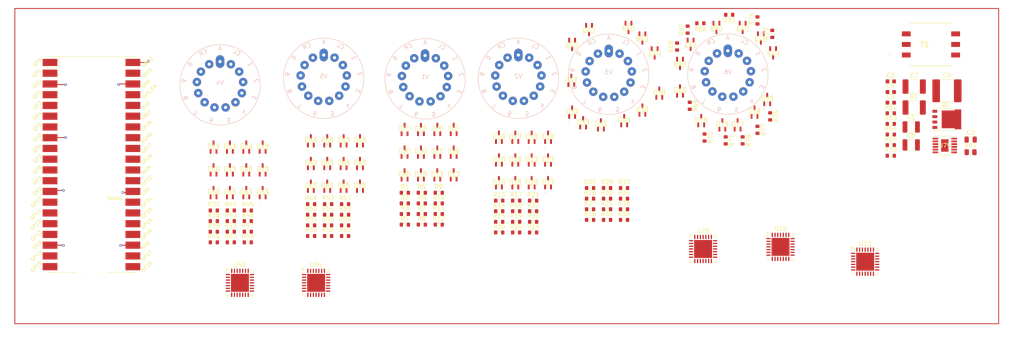
<source format=kicad_pcb>
(kicad_pcb (version 20240108) (generator "pcbnew") (generator_version "8.0")
  (layers (0 "F.Cu" signal) (1 "In1.Cu" power) (2 "In2.Cu" power) (3 "In3.Cu" power) (4 "In4.Cu" power) (31 "B.Cu" signal) (34 "B.Paste" user) (35 "F.Paste" user) (36 "B.SilkS" user "B.Silkscreen") (37 "F.SilkS" user "F.Silkscreen") (38 "B.Mask" user) (39 "F.Mask" user) (44 "Edge.Cuts" user))
  (net 0 "")
  (net 1 "+5V")
  (net 2 "GND")
  (net 3 "Net-(C3-Pad1)")
  (net 4 "Net-(U79-SS)")
  (net 5 "Net-(U79-INTVCC)")
  (net 6 "Net-(D1-A)")
  (net 7 "Net-(Q1-D)")
  (net 8 "Net-(Q1-S)")
  (net 9 "Net-(Q1-G)")
  (net 10 "Net-(U1-EMITTER)")
  (net 11 "Net-(U2-EMITTER)")
  (net 12 "Net-(U3-EMITTER)")
  (net 13 "Net-(U4-EMITTER)")
  (net 14 "Net-(U5-EMITTER)")
  (net 15 "Net-(U6-EMITTER)")
  (net 16 "Net-(U7-EMITTER)")
  (net 17 "Net-(U8-EMITTER)")
  (net 18 "Net-(U9-EMITTER)")
  (net 19 "Net-(U10-EMITTER)")
  (net 20 "Net-(U11-EMITTER)")
  (net 21 "Net-(U12-EMITTER)")
  (net 22 "Net-(U16-EMITTER)")
  (net 23 "Net-(U17-EMITTER)")
  (net 24 "Net-(U18-EMITTER)")
  (net 25 "Net-(U19-EMITTER)")
  (net 26 "Net-(U20-EMITTER)")
  (net 27 "Net-(U21-EMITTER)")
  (net 28 "Net-(U22-EMITTER)")
  (net 29 "Net-(U23-EMITTER)")
  (net 30 "Net-(U24-EMITTER)")
  (net 31 "Net-(U25-EMITTER)")
  (net 32 "Net-(U26-EMITTER)")
  (net 33 "Net-(U27-EMITTER)")
  (net 34 "Net-(U29-EMITTER)")
  (net 35 "Net-(U30-EMITTER)")
  (net 36 "Net-(U31-EMITTER)")
  (net 37 "Net-(U32-EMITTER)")
  (net 38 "Net-(U33-EMITTER)")
  (net 39 "Net-(U34-EMITTER)")
  (net 40 "Net-(U35-EMITTER)")
  (net 41 "Net-(U36-EMITTER)")
  (net 42 "Net-(U37-EMITTER)")
  (net 43 "Net-(U38-EMITTER)")
  (net 44 "Net-(U39-EMITTER)")
  (net 45 "Net-(U40-EMITTER)")
  (net 46 "Net-(U42-EMITTER)")
  (net 47 "Net-(U43-EMITTER)")
  (net 48 "Net-(U44-EMITTER)")
  (net 49 "Net-(U45-EMITTER)")
  (net 50 "Net-(U46-EMITTER)")
  (net 51 "Net-(U47-EMITTER)")
  (net 52 "Net-(U48-EMITTER)")
  (net 53 "Net-(U49-EMITTER)")
  (net 54 "Net-(U50-EMITTER)")
  (net 55 "Net-(U51-EMITTER)")
  (net 56 "Net-(U52-EMITTER)")
  (net 57 "Net-(U53-EMITTER)")
  (net 58 "Net-(U55-EMITTER)")
  (net 59 "Net-(U56-EMITTER)")
  (net 60 "Net-(U57-EMITTER)")
  (net 61 "Net-(U58-EMITTER)")
  (net 62 "Net-(U59-EMITTER)")
  (net 63 "Net-(U60-EMITTER)")
  (net 64 "Net-(U61-EMITTER)")
  (net 65 "Net-(U62-EMITTER)")
  (net 66 "Net-(U63-EMITTER)")
  (net 67 "Net-(U64-EMITTER)")
  (net 68 "Net-(U65-EMITTER)")
  (net 69 "Net-(U78-EMITTER)")
  (net 70 "Net-(U79-FBX)")
  (net 71 "Net-(U79-GATE)")
  (net 72 "Net-(U79-VC)")
  (net 73 "Net-(U66-EMITTER)")
  (net 74 "Net-(U67-EMITTER)")
  (net 75 "Net-(U68-EMITTER)")
  (net 76 "Net-(U69-EMITTER)")
  (net 77 "Net-(U70-EMITTER)")
  (net 78 "Net-(U71-EMITTER)")
  (net 79 "Net-(U79-RT)")
  (net 80 "Net-(U72-EMITTER)")
  (net 81 "Net-(U73-EMITTER)")
  (net 82 "Net-(U74-EMITTER)")
  (net 83 "Net-(U75-EMITTER)")
  (net 84 "Net-(U76-EMITTER)")
  (net 85 "Net-(U77-EMITTER)")
  (net 88 "/Nixie_Control/Nixie_Block2/Comma_R")
  (net 89 "Net-(U1-COLLECTOR)")
  (net 90 "Net-(U2-COLLECTOR)")
  (net 91 "/Nixie_Control/Nixie_Block2/Cath_0")
  (net 92 "Net-(U3-COLLECTOR)")
  (net 93 "/Nixie_Control/Nixie_Block2/Cath_9")
  (net 94 "Net-(U4-COLLECTOR)")
  (net 95 "/Nixie_Control/Nixie_Block2/Cath_8")
  (net 96 "Net-(U5-COLLECTOR)")
  (net 97 "/Nixie_Control/Nixie_Block2/Cath_7")
  (net 98 "Net-(U6-COLLECTOR)")
  (net 99 "/Nixie_Control/Nixie_Block2/Cath_6")
  (net 100 "/Nixie_Control/Nixie_Block2/Comma_L")
  (net 101 "Net-(U7-COLLECTOR)")
  (net 102 "/Nixie_Control/Nixie_Block2/Cath_1")
  (net 103 "Net-(U8-COLLECTOR)")
  (net 104 "Net-(U9-COLLECTOR)")
  (net 105 "/Nixie_Control/Nixie_Block2/Cath_2")
  (net 106 "/Nixie_Control/Nixie_Block2/Cath_3")
  (net 107 "Net-(U10-COLLECTOR)")
  (net 108 "Net-(U11-COLLECTOR)")
  (net 109 "/Nixie_Control/Nixie_Block2/Cath_4")
  (net 110 "/Nixie_Control/Nixie_Block2/Cath_5")
  (net 111 "Net-(U12-COLLECTOR)")
  (net 112 "/Nixie_Block1/Cath_1")
  (net 113 "/Nixie_Control/SCL")
  (net 114 "/Nixie_Block1/Cath_2")
  (net 115 "/Nixie_Control/Ext_Clk")
  (net 116 "/Nixie_Block1/Cath_0")
  (net 117 "/Nixie_Block1/Cath_3")
  (net 118 "/Nixie_Control/SDA")
  (net 141 "/Nixie_Boost/HV_EN")
  (net 148 "/Nixie_Block1/Cath_4")
  (net 149 "/Nixie_Block1/Cath_6")
  (net 150 "/Nixie_Control1/Nixie_Block2/Cath_2")
  (net 151 "/Nixie_Control1/Nixie_Block2/Comma_L")
  (net 152 "/Nixie_Control1/Nixie_Block2/Cath_0")
  (net 153 "/Nixie_Control1/Nixie_Block2/Cath_7")
  (net 154 "/Nixie_Block1/Cath_7")
  (net 155 "/Nixie_Control1/Nixie_Block2/Cath_3")
  (net 156 "/Nixie_Control1/Nixie_Block2/Comma_R")
  (net 157 "/Nixie_Control1/Nixie_Block2/Cath_5")
  (net 158 "/Nixie_Control1/Nixie_Block2/Cath_8")
  (net 159 "/Nixie_Control1/Nixie_Block2/Cath_4")
  (net 160 "/Nixie_Control1/Nixie_Block2/Cath_6")
  (net 161 "/Nixie_Block1/Cath_5")
  (net 162 "/Nixie_Control1/Nixie_Block2/Cath_9")
  (net 163 "/Nixie_Control1/Nixie_Block2/Cath_1")
  (net 164 "Net-(U16-COLLECTOR)")
  (net 165 "Net-(U17-COLLECTOR)")
  (net 166 "Net-(U18-COLLECTOR)")
  (net 167 "Net-(U19-COLLECTOR)")
  (net 168 "Net-(U20-COLLECTOR)")
  (net 169 "Net-(U21-COLLECTOR)")
  (net 170 "Net-(U22-COLLECTOR)")
  (net 171 "Net-(U23-COLLECTOR)")
  (net 172 "Net-(U24-COLLECTOR)")
  (net 173 "Net-(U25-COLLECTOR)")
  (net 174 "Net-(U26-COLLECTOR)")
  (net 175 "Net-(U27-COLLECTOR)")
  (net 176 "/Nixie_Control2/Nixie_Block2/Cath_1")
  (net 177 "/Nixie_Control2/Nixie_Block2/Cath_7")
  (net 178 "/Nixie_Control2/Nixie_Block2/Cath_3")
  (net 179 "/Nixie_Control2/Nixie_Block2/Comma_L")
  (net 180 "/Nixie_Control2/Nixie_Block2/Cath_5")
  (net 181 "/Nixie_Control2/Nixie_Block2/Cath_9")
  (net 182 "/Nixie_Block1/Cath_8")
  (net 183 "/Nixie_Control2/Nixie_Block2/Cath_4")
  (net 184 "/Nixie_Control2/Nixie_Block2/Cath_6")
  (net 185 "/Nixie_Control2/Nixie_Block2/Comma_R")
  (net 186 "/Nixie_Block1/Comma_R")
  (net 187 "/Nixie_Control2/Nixie_Block2/Cath_0")
  (net 188 "/Nixie_Block1/Comma_L")
  (net 189 "/Nixie_Control2/Nixie_Block2/Cath_8")
  (net 190 "/Nixie_Control2/Nixie_Block2/Cath_2")
  (net 191 "/Nixie_Block1/Cath_9")
  (net 192 "Net-(U29-COLLECTOR)")
  (net 193 "Net-(U30-COLLECTOR)")
  (net 194 "Net-(U31-COLLECTOR)")
  (net 195 "Net-(U32-COLLECTOR)")
  (net 196 "Net-(U33-COLLECTOR)")
  (net 197 "Net-(U34-COLLECTOR)")
  (net 198 "Net-(U35-COLLECTOR)")
  (net 199 "Net-(U36-COLLECTOR)")
  (net 200 "Net-(U37-COLLECTOR)")
  (net 201 "Net-(U38-COLLECTOR)")
  (net 202 "Net-(U39-COLLECTOR)")
  (net 203 "Net-(U40-COLLECTOR)")
  (net 204 "/Nixie_Control3/Nixie_Block2/Cath_3")
  (net 205 "/Nixie_Control3/Nixie_Block2/Comma_L")
  (net 206 "/Nixie_Control3/Nixie_Block2/Cath_5")
  (net 207 "/Nixie_Control3/Nixie_Block2/Cath_9")
  (net 208 "/Nixie_Control3/Nixie_Block2/Cath_8")
  (net 209 "/Nixie_Control3/Bypass_14")
  (net 210 "/Nixie_Control3/Bypass_13")
  (net 211 "/Nixie_Control3/Nixie_Block2/Cath_2")
  (net 212 "/Nixie_Control3/Nixie_Block2/Cath_7")
  (net 213 "/Nixie_Control3/Nixie_Block2/Cath_4")
  (net 214 "/Nixie_Control3/Nixie_Block2/Cath_0")
  (net 215 "/Nixie_Control3/Bypass_12")
  (net 216 "/Nixie_Control3/Bypass_15")
  (net 217 "/Nixie_Control3/Nixie_Block2/Comma_R")
  (net 218 "/Nixie_Control3/Nixie_Block2/Cath_6")
  (net 219 "/Nixie_Control3/Nixie_Block2/Cath_1")
  (net 220 "Net-(U42-COLLECTOR)")
  (net 221 "Net-(U43-COLLECTOR)")
  (net 222 "Net-(U44-COLLECTOR)")
  (net 223 "Net-(U45-COLLECTOR)")
  (net 224 "Net-(U46-COLLECTOR)")
  (net 225 "Net-(U47-COLLECTOR)")
  (net 226 "Net-(U48-COLLECTOR)")
  (net 227 "Net-(U49-COLLECTOR)")
  (net 228 "Net-(U50-COLLECTOR)")
  (net 229 "Net-(U51-COLLECTOR)")
  (net 230 "Net-(U52-COLLECTOR)")
  (net 231 "Net-(U53-COLLECTOR)")
  (net 232 "/Nixie_Control4/Bypass_14")
  (net 233 "/Nixie_Control4/Nixie_Block2/Cath_5")
  (net 234 "/Nixie_Control4/Nixie_Block2/Cath_6")
  (net 235 "/Nixie_Control4/Bypass_13")
  (net 236 "/Nixie_Control4/Nixie_Block2/Comma_L")
  (net 237 "/Nixie_Control4/Nixie_Block2/Cath_8")
  (net 238 "/Nixie_Control4/Nixie_Block2/Cath_2")
  (net 239 "/Nixie_Control4/Nixie_Block2/Cath_9")
  (net 240 "/Nixie_Control4/Nixie_Block2/Cath_7")
  (net 241 "/Nixie_Control4/Nixie_Block2/Cath_3")
  (net 242 "/Nixie_Control4/Nixie_Block2/Cath_0")
  (net 243 "/Nixie_Control4/Nixie_Block2/Comma_R")
  (net 244 "/Nixie_Control4/Nixie_Block2/Cath_4")
  (net 245 "/Nixie_Control4/Bypass_15")
  (net 246 "/Nixie_Control4/Nixie_Block2/Cath_1")
  (net 247 "/Nixie_Control4/Bypass_12")
  (net 248 "Net-(U55-COLLECTOR)")
  (net 249 "Net-(U56-COLLECTOR)")
  (net 250 "Net-(U57-COLLECTOR)")
  (net 251 "Net-(U58-COLLECTOR)")
  (net 252 "Net-(U59-COLLECTOR)")
  (net 253 "Net-(U60-COLLECTOR)")
  (net 254 "Net-(U61-COLLECTOR)")
  (net 255 "Net-(U62-COLLECTOR)")
  (net 256 "Net-(U63-COLLECTOR)")
  (net 257 "Net-(U64-COLLECTOR)")
  (net 258 "Net-(U65-COLLECTOR)")
  (net 259 "Net-(U66-COLLECTOR)")
  (net 260 "Net-(U67-COLLECTOR)")
  (net 261 "Net-(U68-COLLECTOR)")
  (net 262 "Net-(U69-COLLECTOR)")
  (net 263 "Net-(U70-COLLECTOR)")
  (net 264 "Net-(U71-COLLECTOR)")
  (net 265 "Net-(U72-COLLECTOR)")
  (net 266 "Net-(U73-COLLECTOR)")
  (net 267 "Net-(U74-COLLECTOR)")
  (net 268 "Net-(U75-COLLECTOR)")
  (net 269 "Net-(U76-COLLECTOR)")
  (net 270 "Net-(U77-COLLECTOR)")
  (net 271 "Net-(U78-COLLECTOR)")
  (net 272 "+170V")
  (footprint "Resistor_SMD:R_0603_1608Metric" (layer "F.Cu") (at 69.028 88.2345)
    (property "Reference" "R37")
    (property "Value" "7K87")
  )
  (footprint "Resistor_SMD:R_0603_1608Metric" (layer "F.Cu") (at 69.028 95.7645)
    (property "Reference" "R40")
    (property "Value" "1K")
  )
  (footprint "Resistor_SMD:R_0603_1608Metric" (layer "F.Cu") (at 157.947589 82.930327)
    (property "Reference" "R25")
    (property "Value" "7K87")
  )
  (footprint "Resistor_SMD:R_0603_1608Metric" (layer "F.Cu") (at 190 71.675 -90)
    (property "Reference" "R71")
    (property "Value" "1K")
  )
  (footprint "footprints:SOT-323-3_2P2X1P35_ONS" (layer "F.Cu") (at 72.8283 78.6406)
    (property "Reference" "U47")
    (property "Value" "MSD42WT1G")
  )
  (footprint "footprints:SOT-323-3_2P2X1P35_ONS" (layer "F.Cu") (at 153.6985 65.0094)
    (property "Reference" "U32")
    (property "Value" "MSD42WT1G")
  )
  (footprint "Capacitor_SMD:C_1812_4532Metric" (layer "F.Cu") (at 234.5308 63.9045)
    (property "Reference" "D1")
    (property "Value" "D")
  )
  (footprint "Resistor_SMD:R_0603_1608Metric" (layer "F.Cu") (at 92.028 91.7545)
    (property "Reference" "R51")
    (property "Value" "1K")
  )
  (footprint "footprints:SOT-323-3_2P2X1P35_ONS" (layer "F.Cu") (at 117.970889 74.459727)
    (property "Reference" "U6")
    (property "Value" "MSD42WT1G")
  )
  (footprint "Resistor_SMD:R_0603_1608Metric" (layer "F.Cu") (at 140.482089 88.413627)
    (property "Reference" "R18")
    (property "Value" "1K")
  )
  (footprint "footprints:SOT-323-3_2P2X1P35_ONS" (layer "F.Cu") (at 148.012789 76.309727)
    (property "Reference" "U23")
    (property "Value" "MSD42WT1G")
  )
  (footprint "Capacitor_SMD:C_1812_4532Metric" (layer "F.Cu") (at 234.5308 58.9545)
    (property "Reference" "C7")
    (property "Value" "100n")
  )
  (footprint "Resistor_SMD:R_0603_1608Metric" (layer "F.Cu") (at 165.967589 90.460327)
    (property "Reference" "R36")
    (property "Value" "1K")
  )
  (footprint "footprints:SOT-323-3_2P2X1P35_ONS" (layer "F.Cu") (at 179.1985 60.0094)
    (property "Reference" "U69")
    (property "Value" "MSD42WT1G")
  )
  (footprint "footprints:SOT-323-3_2P2X1P35_ONS" (layer "F.Cu") (at 140.272389 76.309727)
    (property "Reference" "U21")
    (property "Value" "MSD42WT1G")
  )
  (footprint "Resistor_SMD:R_0603_1608Metric" (layer "F.Cu") (at 136.472089 93.433627)
    (property "Reference" "R16")
    (property "Value" "1K")
  )
  (footprint "Resistor_SMD:R_0603_1608Metric" (layer "F.Cu") (at 161.957589 90.460327)
    (property "Reference" "R32")
    (property "Value" "1K")
  )
  (footprint "Resistor_SMD:R_0603_1608Metric" (layer "F.Cu") (at 77.048 95.7645)
    (property "Reference" "R48")
    (property "Value" "1K")
  )
  (footprint "footprints:SOT-323-3_2P2X1P35_ONS" (layer "F.Cu") (at 76.6985 78.6406)
    (property "Reference" "U48")
    (property "Value" "MSD42WT1G")
  )
  (footprint "footprints:SOT-323-3_2P2X1P35_ONS" (layer "F.Cu") (at 76.6985 73.2718)
    (property "Reference" "U44")
    (property "Value" "MSD42WT1G")
  )
  (footprint "footprints:SOT-323-3_2P2X1P35_ONS" (layer "F.Cu") (at 148.012789 81.678527)
    (property "Reference" "U27")
    (property "Value" "MSD42WT1G")
  )
  (footprint "footprints:SOT-323-3_2P2X1P35_ONS" (layer "F.Cu") (at 157.6985 45.4906 180)
    (property "Reference" "U29")
    (property "Value" "MSD42WT1G")
  )
  (footprint "Resistor_SMD:R_0603_1608Metric" (layer "F.Cu") (at 157.947589 85.440327)
    (property "Reference" "R26")
    (property "Value" "1K")
  )
  (footprint "Resistor_SMD:R_0603_1608Metric" (layer "F.Cu") (at 181.5 63.5 -90)
    (property "Reference" "R69")
    (property "Value" "1K")
  )
  (footprint "Resistor_SMD:R_0603_1608Metric" (layer "F.Cu") (at 136.472089 88.413627)
    (property "Reference" "R14")
    (property "Value" "1K")
  )
  (footprint "Resistor_SMD:R_0603_1608Metric" (layer "F.Cu") (at 73.038 95.7645)
    (property "Reference" "R44")
    (property "Value" "1K")
  )
  (footprint "Resistor_SMD:R_0603_1608Metric" (layer "F.Cu") (at 92.028 89.2445)
    (property "Reference" "R50")
    (property "Value" "1K")
  )
  (footprint "Capacitor_SMD:C_1210_3225Metric" (layer "F.Cu") (at 233.8308 68.5045)
    (property "Reference" "C1")
    (property "Value" "10u")
  )
  (footprint "Resistor_SMD:R_0603_1608Metric" (layer "F.Cu") (at 69.028 93.2545)
    (property "Reference" "R39")
    (property "Value" "1K")
  )
  (footprint "Resistor_SMD:R_0603_1608Metric" (layer "F.Cu") (at 73.038 93.2545)
    (property "Reference" "R43")
    (property "Value" "7K87")
  )
  (footprint "footprints:SOT-323-3_2P2X1P35_ONS" (layer "F.Cu") (at 121.841089 69.090927)
    (property "Reference" "U3")
    (property "Value" "MSD42WT1G")
  )
  (footprint "footprints:SOT-323-3_2P2X1P35_ONS" (layer "F.Cu") (at 144.142589 81.678527)
    (property "Reference" "U26")
    (property "Value" "MSD42WT1G")
  )
  (footprint "footprints:SOT-323-3_2P2X1P35_ONS" (layer "F.Cu") (at 117.970889 79.828527)
    (property "Reference" "U10")
    (property "Value" "MSD42WT1G")
  )
  (footprint "footprints:SOT-323-3_2P2X1P35_ONS" (layer "F.Cu") (at 148.012789 70.940927)
    (property "Reference" "U19")
    (property "Value" "MSD42WT1G")
  )
  (footprint "Resistor_SMD:R_0603_1608Metric" (layer "F.Cu") (at 157.947589 90.460327)
    (property "Reference" "R28")
    (property "Value" "1K")
  )
  (footprint "footprints:SOT-323-3_2P2X1P35_ONS" (layer "F.Cu") (at 170.3015 47.4906 180)
    (property "Reference" "U36")
    (property "Value" "MSD42WT1G")
  )
  (footprint "Resistor_SMD:R_0603_1608Metric" (layer "F.Cu") (at 201 46.5 90)
    (property "Reference" "R75")
    (property "Value" "1K")
  )
  (footprint "footprints:SOT-323-3_2P2X1P35_ONS" (layer "F.Cu") (at 91.9581 71.7718)
    (property "Reference" "U55")
    (property "Value" "MSD42WT1G")
  )
  (footprint "Resistor_SMD:R_0603_1608Metric" (layer "F.Cu") (at 77.048 93.2545)
    (property "Reference" "R47")
    (property "Value" "1K")
  )
  (footprint "footprints:SOT-323-3_2P2X1P35_ONS" (layer "F.Cu") (at 125.711289 74.459727)
    (property "Reference" "U8")
    (property "Value" "MSD42WT1G")
  )
  (footprint "footprints:SOT-323-3_2P2X1P35_ONS" (layer "F.Cu") (at 121.841089 74.459727)
    (property "Reference" "U7")
    (property "Value" "MSD42WT1G")
  )
  (footprint "Resistor_SMD:R_0603_1608Metric" (layer "F.Cu") (at 229.0008 75.3045)
    (property "Reference" "R72")
    (property "Value" "86K6")
  )
  (footprint "Resistor_SMD:R_0603_1608Metric" (layer "F.Cu") (at 114.170589 86.563627)
    (property "Reference" "R2")
    (property "Value" "1K")
  )
  (footprint "Resistor_SMD:R_0603_1608Metric" (layer "F.Cu") (at 92.028 86.7345)
    (property "Reference" "R49")
    (property "Value" "7K87")
  )
  (footprint "footprints:SOT-323-3_2P2X1P35_ONS" (layer "F.Cu") (at 99.6985 71.7718)
    (property "Reference" "U57")
    (property "Value" "MSD42WT1G")
  )
  (footprint "Package_DFN_QFN:QFN-28-1EP_6x6mm_P0.65mm_EP4.25x4.25mm" (layer "F.Cu") (at 202.95 96.8375)
    (property "Reference" "U15")
    (property "Value" "PCA9685BS")
  )
  (footprint "footprints:SOT-323-3_2P2X1P35_ONS" (layer "F.Cu") (at 136.402189 76.309727)
    (property "Reference" "U20")
    (property "Value" "MSD42WT1G")
  )
  (footprint "footprints:SOT-323-3_2P2X1P35_ONS" (layer "F.Cu") (at 166 67)
    (property "Reference" "U40")
    (property "Value" "MSD42WT1G")
  )
  (footprint "footprints:SOT-323-3_2P2X1P35_ONS" (layer "F.Cu") (at 179.1985 53.4906 180)
    (property "Reference" "U68")
    (property "Value" "MSD42WT1G")
  )
  (footprint "footprints:SOT-323-3_2P2X1P35_ONS" (layer "F.Cu") (at 181.6985 48.9906 180)
    (property "Reference" "U67")
    (property "Value" "MSD42WT1G")
  )
  (footprint "Resistor_SMD:R_0603_1608Metric" (layer "F.Cu") (at 118.180589 86.563627)
    (property "Reference" "R6")
    (property "Value" "1K")
  )
  (footprint "Resistor_SMD:R_0603_1608Metric" (layer "F.Cu") (at 184 44 180)
    (property "Reference" "R66")
    (property "Value" "7K87")
  )
  (footprint "footprints:SOT-323-3_2P2X1P35_ONS" (layer "F.Cu") (at 153.6985 48.9906 180)
    (property "Reference" "U30")
    (property "Value" "MSD42WT1G")
  )
  (footprint "footprints:SOT-323-3_2P2X1P35_ONS" (layer "F.Cu") (at 144.142589 76.309727)
    (property "Reference" "U22")
    (property "Value" "MSD42WT1G")
  )
  (footprint "Resistor_SMD:R_0603_1608Metric" (layer "F.Cu") (at 96.038 86.7345)
    (property "Reference" "R53")
    (property "Value" "1K")
  )
  (footprint "footprints:SOT-323-3_2P2X1P35_ONS" (layer "F.Cu") (at 99.6985 82.5094)
    (property "Reference" "U65")
    (property "Value" "MSD42WT1G")
  )
  (footprint "Resistor_SMD:R_0603_1608Metric" (layer "F.Cu") (at 165.967589 82.930327)
    (property "Reference" "R33")
    (property "Value" "1K")
  )
  (footprint "Resistor_SMD:R_0603_1608Metric" (layer "F.Cu") (at 96.038 94.2645)
    (property "Reference" "R56")
    (property "Value" "1K")
  )
  (footprint "footprints:SOT-323-3_2P2X1P35_ONS" (layer "F.Cu") (at 103.5687 77.1406)
    (property "Reference" "U62")
    (property "Value" "MSD42WT1G")
  )
  (footprint "footprints:SOT-323-3_2P2X1P35_ONS" (layer "F.Cu") (at 173.1985 50.9906 180)
    (property "Reference" "U37")
    (property "Value" "MSD42WT1G")
  )
  (footprint "Capacitor_SMD:C_0603_1608Metric" (layer "F.Cu") (at 229.0008 57.7345)
    (property "Reference" "C3")
    (property "Value" "560p")
  )
  (footprint "footprints:SOT-323-3_2P2X1P35_ONS" (layer "F.Cu") (at 103.5687 82.5094)
    (property "Reference" "U78")
    (property "Value" "MSD42WT1G")
  )
  (footprint "Resistor_SMD:R_0603_1608Metric" (layer "F.Cu") (at 100.048 86.7345)
    (property "Reference" "R57")
    (property "Value" "1K")
  )
  (footprint "footprints:SOT-323-3_2P2X1P35_ONS" (layer "F.Cu") (at 170.3015 64.5094)
    (property "Reference" "U39")
    (property "Value" "MSD42WT1G")
  )
  (footprint "footprints:SOT-323-3_2P2X1P35_ONS" (layer "F.Cu") (at 117.970889 69.090927)
    (property "Reference" "U2")
    (property "Value" "MSD42WT1G")
  )
  (footprint "footprints:SOT-323-3_2P2X1P35_ONS" (layer "F.Cu") (at 72.8283 84.0094)
    (property "Reference" "U51")
    (property "Value" "MSD42WT1G")
  )
  (footprint "footprints:SOT-323-3_2P2X1P35_ONS" (layer "F.Cu") (at 140.272389 81.678527)
    (property "Reference" "U25")
    (property "Value" "MSD42WT1G")
  )
  (footprint "Resistor_SMD:R_0603_1608Metric" (layer "F.Cu") (at 136.472089 85.903627)
    (property "Reference" "R13")
    (property "Value" "7K87")
  )
  (footprint "footprints:SOT-323-3_2P2X1P35_ONS" (layer "F.Cu") (at 144.142589 70.940927)
    (property "Reference" "U18")
    (property "Value" "MSD42WT1G")
  )
  (footprint "footprints:SOT-323-3_2P2X1P35_ONS" (layer "F.Cu") (at 80.5687 73.2718)
    (property "Reference" "U45")
    (property "Value" "MSD42WT1G")
  )
  (footprint "footprints:SOT-323-3_2P2X1P35_ONS" (layer "F.Cu") (at 68.9581 78.6406)
    (property "Reference" "U46")
    (property "Value" "MSD42WT1G")
  )
  (footprint "Resistor_SMD:R_0603_1608Metric" (layer "F.Cu") (at 144.492089 88.413627)
    (property "Reference" "R22")
    (property "Value" "1K")
  )
  (footprint "footprints:SOT-323-3_2P2X1P35_ONS" (layer "F.Cu") (at 114.100689 74.459727)
    (property "Reference" "U5")
    (property "Value" "MSD42WT1G")
  )
  (footprint "footprints:SOT-323-3_2P2X1P35_ONS" (layer "F.Cu") (at 95.8283 77.1406)
    (property "Reference" "U60")
    (property "Value" "MSD42WT1G")
  )
  (footprint "Package_TO_SOT_SMD:LFPAK56" (layer "F.Cu") (at 242.2508 66.7045)
    (property "Reference" "Q1")
    (property "Value" "Q_NMOS_GDS")
  )
  (footprint "Resistor_SMD:R_0603_1608Metric" (layer "F.Cu") (at 144.492089 90.923627)
    (property "Reference" "R23")
    (property "Value" "1K")
  )
  (footprint "footprints:SOT-323-3_2P2X1P35_ONS" (layer "F.Cu") (at 187.8015 44.9906 180)
    (property "Reference" "U66")
    (property "Value" "MSD42WT1G")
  )
  (footprint "footprints:SOT-323-3_2P2X1P35_ONS" (layer "F.Cu") (at 68.9581 84.0094)
    (property "Reference" "U50")
    (property "Value" "MSD42WT1G")
  )
  (footprint "Resistor_SMD:R_0603_1608Metric" (layer "F.Cu") (at 197.5 43.325 90)
    (property "Reference" "R74")
    (property "Value" "1K")
  )
  (footprint "footprints:SOT-323-3_2P2X1P35_ONS" (layer "F.Cu") (at 153.5 57.5)
    (property "Reference" "U31")
    (property "Value" "MSD42WT1G")
  )
  (footprint "Capacitor_SMD:C_0805_2012Metric" (layer "F.Cu") (at 247.8808 71.4845)
    (property "Reference" "C2")
    (property "Value" "100n")
  )
  (footprint "Resistor_SMD:R_0603_1608Metric" (layer "F.Cu") (at 96.038 89.2445)
    (property "Reference" "R54")
    (property "Value" "1K")
  )
  (footprint "footprints:SOT-323-3_2P2X1P35_ONS" (layer "F.Cu") (at 91.9581 77.1406)
    (property "Reference" "U59")
    (property "Value" "MSD42WT1G")
  )
  (footprint "Resistor_SMD:R_0603_1608Metric" (layer "F.Cu") (at 144.492089 85.903627)
    (property "Reference" "R21")
    (property "Value" "1K")
  )
  (footprint "Resistor_SMD:R_0603_1608Metric" (layer "F.Cu") (at 190.825 42 180)
    (property "Reference" "R73")
    (property "Value" "7K87")
  )
  (footprint "Resistor_SMD:R_0603_1608Metric" (layer "F.Cu") (at 229.0008 67.7745)
    (property "Reference" "R63")
    (property "Value" "13K")
  )
  (footprint "footprints:SOT-323-3_2P2X1P35_ONS" (layer "F.Cu") (at 189.1985 68.0094)
    (property "Reference" "U71")
    (property "Value" "MSD42WT1G")
  )
  (footprint "Resistor_SMD:R_0603_1608Metric" (layer "F.Cu") (at 118.180589 91.583627)
    (property "Reference" "R8")
    (property "Value" "1K")
  )
  (footprint "footprints:SOT-323-3_2P2X1P35_ONS" (layer "F.Cu") (at 140.272389 70.940927)
    (property "Reference" "U17")
    (property "Value" "MSD42WT1G")
  )
  (footprint "Capacitor_SMD:C_0603_1608Metric" (layer "F.Cu") (at 229.0008 60.2445)
    (property "Reference" "C4")
    (property "Value" "150n")
  )
  (footprint "footprints:SOT-323-3_2P2X1P35_ONS" (layer "F.Cu") (at 103.5687 71.7718)
    (property "Reference" "U58")
    (property "Value" "MSD42WT1G")
  )
  (footprint "footprints:SOT-323-3_2P2X1P35_ONS" (layer "F.Cu") (at 125.711289 69.090927)
    (property "Reference" "U4")
    (property "Value" "MSD42WT1G")
  )
  (footprint "footprints:SOT-323-3_2P2X1P35_ONS" (layer "F.Cu") (at 196.8015 65.0094)
    (property "Reference" "U76")
    (property "Value" "MSD42WT1G")
  )
  (footprint "Capacitor_SMD:C_2220_5750Metric" (layer "F.Cu") (at 242.2808 59.9545)
    (property "Reference" "C6")
    (property "Value" "2u2")
  )
  (footprint "Resistor_SMD:R_0603_1608Metric" (layer "F.Cu") (at 100.048 89.2445)
    (property "Reference" "R58")
    (property "Value" "1K")
  )
  (footprint "Resistor_SMD:R_0603_1608Metric" (layer "F.Cu") (at 92.028 94.2645)
    (property "Reference" "R52")
    (property "Value" "1K")
  )
  (footprint "Resistor_SMD:R_0603_1608Metric" (layer "F.Cu") (at 122.190589 84.053627)
    (property "Reference" "R9")
    (property "Value" "1K")
  )
  (footprint "Resistor_SMD:R_0603_1608Metric" (layer "F.Cu") (at 229.0008 65.2645)
    (property "Reference" "R62")
    (property "Value" "1M6")
  )
  (footprint "Capacitor_SMD:C_1210_3225Metric" (layer "F.Cu") (at 233.8308 72.7545)
    (property "Reference" "C8")
    (property "Value" "10u")
  )
  (footprint "Resistor_SMD:R_0603_1608Metric" (layer "F.Cu") (at 157.947589 87.950327)
    (property "Reference" "R27")
    (property "Value" "1K")
  )
  (footprint "footprints:SOT-323-3_2P2X1P35_ONS" (layer "F.Cu") (at 174.3015 60.5094)
    (property "Reference" "U38")
    (property "Value" "MSD42WT1G")
  )
  (footprint "Resistor_SMD:R_0603_1608Metric" (layer "F.Cu") (at 229.0008 70.2845)
    (property "Reference" "R64")
    (property "Value" "20R")
  )
  (footprint "footprints:SOT-323-3_2P2X1P35_ONS" (layer "F.Cu") (at 184.1985 67.0094)
    (property "Reference" "U70")
    (property "Value" "MSD42WT1G")
  )
  (footprint "Resistor_SMD:R_0603_1608Metric" (layer "F.Cu") (at 197.5 69.175 -90)
    (property "Reference" "R77")
    (property "Value" "1K")
  )
  (footprint "footprints:SOT-323-3_2P2X1P35_ONS" (layer "F.Cu") (at 95.8283 71.7718)
    (property "Reference" "U56")
    (property "Value" "MSD42WT1G")
  )
  (footprint "Resistor_SMD:R_0603_1608Metric" (layer "F.Cu") (at 77.048 90.7445)
    (property "Reference" "R46")
    (property "Value" "1K")
  )
  (footprint "Package_DFN_QFN:QFN-28-1EP_6x6mm_P0.65mm_EP4.25x4.25mm" (layer "F.Cu") (at 184.65 97.3375)
    (property "Reference" "U28")
    (property "Value" "PCA9685BS")
  )
  (footprint "Resistor_SMD:R_0603_1608Metric" (layer "F.Cu") (at 185 71 -90)
    (property "Reference" "R70")
    (property "Value" "1K")
  )
  (footprint "Resistor_SMD:R_0603_1608Metric" (layer "F.Cu") (at 118.180589 84.053627)
    (property "Reference" "R5")
    (property "Value" "1K")
  )
  (footprint "footprints:SOT-323-3_2P2X1P35_ONS" (layer "F.Cu") (at 198.3015 47.4906 180)
    (property "Reference" "U73")
    (property "Value" "MSD42WT1G")
  )
  (footprint "footprints:SOT-323-3_2P2X1P35_ONS" (layer "F.Cu") (at 76.6985 84.0094)
    (property "Reference" "U52")
    (property "Value" "MSD42WT1G")
  )
  (footprint "footprints:SOT-323-3_2P2X1P35_ONS" (layer "F.Cu") (at 167.015089 44.9906 180)
    (property "Reference" "U35")
    (property "Value" "MSD42WT1G")
  )
  (footprint "Resistor_SMD:R_0603_1608Metric" (layer "F.Cu") (at 100.048 91.7545)
    (property "Reference" "R59")
    (property "Value" "1K")
  )
  (footprint "750312367:750312367" (layer "F.Cu") (at 238.5 49)
    (property "Reference" "T1")
    (property "Value" "750312367" (hide yes))
  )
  (footprint "Resistor_SMD:R_0603_1608Metric" (layer "F.Cu") (at 161.957589 82.930327)
    (property "Reference" "R29")
    (property "Value" "1K")
  )
  (footprint "Resistor_SMD:R_0603_1608Metric" (layer "F.Cu") (at 73.038 90.7445)
    (property "Reference" "R42")
    (property "Value" "1K")
  )
  (footprint "Resistor_SMD:R_0603_1608Metric" (layer "F.Cu") (at 122.190589 86.563627)
    (property "Reference" "R10")
    (property "Value" "1K")
  )
  (footprint "RPi_Pico:RPi_PicoW_SMD" (layer "F.Cu") (at 40.11 77.39)
    (property "Reference" "U14" (hide yes))
    (property "Value" "PicoW" (hide yes))
  )
  (footprint "Resistor_SMD:R_0603_1608Metric" (layer "F.Cu") (at 136.472089 90.923627)
    (property "Reference" "R15")
    (property "Value" "1K")
  )
  (footprint "Resistor_SMD:R_0603_1608Metric" (layer "F.Cu") (at 140.482089 85.903627)
    (property "Reference" "R17")
    (property "Value" "1K")
  )
  (footprint "Resistor_SMD:R_0603_1608Metric" (layer "F.Cu") (at 69.028 90.7445)
    (property "Reference" "R38")
    (property "Value" "1K")
  )
  (footprint "footprints:SOT-323-3_2P2X1P35_ONS" (layer "F.Cu") (at 114.100689 79.828527)
    (property "Reference" "U9")
    (property "Value" "MSD42WT1G")
  )
  (footprint "Capacitor_SMD:C_0603_1608Metric" (layer "F.Cu") (at 229.0008 62.7545)
    (property "Reference" "C5")
    (property "Value" "4u7")
  )
  (footprint "Resistor_SMD:R_0603_1608Metric" (layer "F.Cu") (at 114.170589 84.053627)
    (property "Reference" "R1")
    (property "Value" "7K87")
  )
  (footprint "Resistor_SMD:R_0603_1608Metric" (layer "F.Cu") (at 73.038 88.2345)
    (property "Reference" "R41")
    (property "Value" "1K")
  )
  (footprint "Resistor_SMD:R_0603_1608Metric" (layer "F.Cu") (at 194 71.675 -90)
    (property "Reference" "R78")
    (property "Value" "1K")
  )
  (footprint "Resistor_SMD:R_0603_1608Metric" (layer "F.Cu") (at 114.170589 89.073627)
    (property "Reference" "R3")
    (property "Value" "1K")
  )
  (footprint "Resistor_SMD:R_0603_1608Metric" (layer "F.Cu") (at 140.482089 93.433627)
    (property "Reference" "R20")
    (property "Value" "1K")
  )
  (footprint "Resistor_SMD:R_0603_1608Metric" (layer "F.Cu") (at 181 45.5 90)
    (property "Reference" "R67")
    (property "Value" "1K")
  )
  (footprint "Resistor_SMD:R_0603_1608Metric" (layer "F.Cu") (at 161.957589 87.950327)
    (property "Reference" "R31")
    (property "Value" "7K87")
  )
  (footprint "Resistor_SMD:R_0603_1608Metric" (layer "F.Cu") (at 77.048 88.2345)
    (property "Reference" "R45")
    (property "Value" "1K")
  )
  (footprint "footprints:SOT-323-3_2P2X1P35_ONS" (layer "F.Cu") (at 160.5 68)
    (property "Reference" "U34")
    (property "Value" "MSD42WT1G")
  )
  (footprint "footprints:SOT-323-3_2P2X1P35_ONS" (layer "F.Cu") (at 114.100689 69.090927)
    (property "Reference" "U1")
    (property "Value" "MSD42WT1G")
  )
  (footprint "footprints:SOT-323-3_2P2X1P35_ONS" (layer "F.Cu") (at 91.9581 82.5094)
    (property "Reference" "U63")
    (property "Value" "MSD42WT1G")
  )
  (footprint "footprints:SOT-323-3_2P2X1P35_ONS" (layer "F.Cu") (at 194 45 180)
    (property "Reference" "U72")
    (property "Value" "MSD42WT1G")
  )
  (footprint "footprints:SOT-323-3_2P2X1P35_ONS" (layer "F.Cu") (at 80.5687 84.0094)
    (property "Reference" "U53")
    (property "Value" "MSD42WT1G")
  )
  (footprint "Package_DFN_QFN:QFN-28-1EP_6x6mm_P0.65mm_EP4.25x4.25mm" (layer "F.Cu") (at 93.2 105.3375)
    (property "Reference" "U54")
    (property "Value" "PCA9685BS")
  )
  (footprint "Resistor_SMD:R_0603_1608Metric" (layer "F.Cu") (at 122.190589 91.583627)
    (property "Reference" "R12")
    (property "Value" "1K")
  )
  (footprint "footprints:SOT-323-3_2P2X1P35_ONS" (layer "F.Cu") (at 156.3015 67.5094)
    (property "Reference" "U33")
    (property "Value" "MSD42WT1G")
  )
  (footprint "Resistor_SMD:R_0603_1608Metric" (layer "F.Cu") (at 122.190589 89.073627)
    (property "Reference" "R11")
    (property "Value" "1K")
  )
  (footprint "Package_DFN_QFN:QFN-28-1EP_6x6mm_P0.65mm_EP4.25x4.25mm" (layer "F.Cu") (at 222.95 100.3375)
    (property "Reference" "U13")
    (property "Value" "PCA9685BS")
  )
  (footprint "Resistor_SMD:R_0603_1608Metric" (layer "F.Cu") (at 165.967589 87.950327)
    (property "Reference" "R35")
    (property "Value" "1K")
  )
  (footprint "footprints:SOT-323-3_2P2X1P35_ONS" (layer "F.Cu") (at 99.6985 77.1406)
    (property "Reference" "U61")
    (property "Value" "MSD42WT1G")
  )
  (footprint "Resistor_SMD:R_0805_2012Metric" (layer "F.Cu") (at 247.8608 74.4645)
    (property "Reference" "R61")
    (property "Value" "10m")
  )
  (footprint "footprints:SOT-323-3_2P2X1P35_ONS" (layer "F.Cu") (at 192.8015 68.0094)
    (property "Reference" "U77")
    (property "Value" "MSD42WT1G")
  )
  (footprint "footprints:SOT-323-3_2P2X1P35_ONS" (layer "F.Cu") (at 201.1985 50.9906 180)
    (property "Reference" "U74")
    (property "Value" "MSD42WT1G")
  )
  (footprint "Resistor_SMD:R_0603_1608Metric" (layer "F.Cu") (at 229.0008 72.7945)
    (property "Reference" "R65")
    (property "Value" "300K")
  )
  (footprint "footprints:SOT-323-3_2P2X1P35_ONS" (layer "F.Cu") (at 136.402189 81.678527)
    (property "Reference" "U24")
    (property "Value" "MSD42WT1G")
  )
  (footprint "LT3759EMSE:MSOP-12_MSE_LIT" (layer "F.Cu") (at 241.7689 72.8798)
    (property "Reference" "U79")
    (property "Value" "LT3759EMSE-TRPBF")
  )
  (footprint "Resistor_SMD:R_0603_1608Metric" (layer "F.Cu") (at 161.957589 85.440327)
    (property "Reference" "R30")
    (property "Value" "1K")
  )
  (footprint "footprints:SOT-323-3_2P2X1P35_ONS" (layer "F.Cu") (at 95.8283 82.5094)
    (property "Reference" "U64")
    (property "Value" "MSD42WT1G")
  )
  (footprint "footprints:SOT-323-3_2P2X1P35_ONS" (layer "F.Cu") (at 72.8283 73.2718)
    (property "Reference" "U43")
    (property "Value" "MSD42WT1G")
  )
  (footprint "footprints:SOT-323-3_2P2X1P35_ONS" (layer "F.Cu") (at 199.8015 62.0094)
    (property "Reference" "U75")
    (property "Value" "MSD42WT1G")
  )
  (footprint "Resistor_SMD:R_0603_1608Metric" (layer "F.Cu") (at 118.180589 89.073627)
    (property "Reference" "R7")
    (property "Value" "7K87")
  )
  (footprint "Resistor_SMD:R_0603_1608Metric" (layer "F.Cu") (at 200.5 66 -90)
    (property "Reference" "R76")
    (property "Value" "1K")
  )
  (footprint "Resistor_SMD:R_0603_1608Metric" (layer "F.Cu") (at 100.048 94.2645)
    (property "Reference" "R60")
    (property "Value" "1K")
  )
  (footprint "footprints:SOT-323-3_2P2X1P35_ONS" (layer "F.Cu") (at 121.841089 79.828527)
    (property "Reference" "U11")
    (property "Value" "MSD42WT1G")
  )
  (footprint "footprints:SOT-323-3_2P2X1P35_ONS" (layer "F.Cu") (at 68.9581 73.2718)
    (property "Reference" "U42")
    (property "Value" "MSD42WT1G")
  )
  (footprint "Resistor_SMD:R_0603_1608Metric" (layer "F.Cu") (at 96.038 91.7545)
    (property "Reference" "R55")
    (property "Value" "7K87")
  )
  (footprint "footprints:SOT-323-3_2P2X1P35_ONS" (layer "F.Cu") (at 136.402189 70.940927)
    (property "Reference" "U16")
    (property "Value" "MSD42WT1G")
  )
  (footprint "Resistor_SMD:R_0603_1608Metric" (layer "F.Cu") (at 165.967589 85.440327)
    (property "Reference" "R34")
    (property "Value" "1K")
  )
  (footprint "footprints:SOT-323-3_2P2X1P35_ONS" (layer "F.Cu") (at 125.711289 79.828527)
    (property "Reference" "U12")
    (property "Value" "MSD42WT1G")
  )
  (footprint "footprints:SOT-323-3_2P2X1P35_ONS" (layer "F.Cu") (at 80.5687 78.6406)
    (property "Reference" "U49")
    (property "Value" "MSD42WT1G")
  )
  (footprint "Resistor_SMD:R_0603_1608Metric" (layer "F.Cu") (at 114.170589 91.583627)
    (property "Reference" "R4")
    (property "Value" "1K")
  )
  (footprint "Resistor_SMD:R_0603_1608Metric" (layer "F.Cu") (at 140.482089 90.923627)
    (property "Reference" "R19")
    (property "Value" "7K87")
  )
  (footprint "Package_DFN_QFN:QFN-28-1EP_6x6mm_P0.65mm_EP4.25x4.25mm" (layer "F.Cu") (at 75.2 105.3375)
    (property "Reference" "U41")
    (property "Value" "PCA9685BS")
  )
  (footprint "Resistor_SMD:R_0603_1608Metric" (layer "F.Cu") (at 144.492089 93.433627)
    (property "Reference" "R24")
    (property "Value" "1K")
  )
  (footprint "Resistor_SMD:R_0603_1608Metric" (layer "F.Cu") (at 178.5 49.5 90)
    (property "Reference" "R68")
    (property "Value" "1K")
  )
  (footprint "Nixie_Stuff:IN14" (layer "B.Cu") (at 70.5 58.549673 180)
    (property "Reference" "V4")
    (property "Value" "IN14")
  )
  (footprint "Nixie_Stuff:IN14" (layer "B.Cu") (at 162.357411 56.049673 180)
    (property "Reference" "V3")
    (property "Value" "IN14")
  )
  (footprint "Nixie_Stuff:IN14" (layer "B.Cu") (at 95 57 180)
    (property "Reference" "V5")
    (property "Value" "IN14")
  )
  (footprint "Nixie_Stuff:IN14" (layer "B.Cu") (at 190.5 56 180)
    (property "Reference" "V6")
    (property "Value" "IN14")
  )
  (footprint "Nixie_Stuff:IN14" (layer "B.Cu") (at 118.944023 57.129992 180)
    (property "Reference" "V1")
    (property "Value" "IN14")
  )
  (footprint "Nixie_Stuff:IN14" (layer "B.Cu") (at 141 57 180)
    (property "Reference" "V2")
    (property "Value" "IN14")
  )
  (gr_rect (start 22 40.5) (end 254.5 115) (stroke (width 0.2)) (fill none) (layer "F.Cu"))
  (segment (start 49 53.26) (end 53.24 53.26) (width 0.2) (layer "F.Cu") (net 1))
  (segment (start 53.24 53.26) (end 53.5 53) (width 0.2) (layer "F.Cu") (net 1))
  (via (at 53.5 53) (size 0.6) (drill 0.3) (layers "F.Cu" "B.Cu") (net 1))
  (segment (start 31.22 96.44) (end 33.44 96.44) (width 0.2) (layer "F.Cu") (net 2))
  (segment (start 47.06 96.44) (end 49 96.44) (width 0.2) (layer "F.Cu") (net 2))
  (segment (start 47 96.5) (end 47.06 96.44) (width 0.2) (layer "F.Cu") (net 2))
  (segment (start 31.38 58.5) (end 34 58.5) (width 0.2) (layer "F.Cu") (net 2))
  (segment (start 31.46 83.5) (end 31.22 83.74) (width 0.2) (layer "F.Cu") (net 2))
  (segment (start 33.5 83.5) (end 31.46 83.5) (width 0.2) (layer "F.Cu") (net 2))
  (segment (start 31.22 58.34) (end 31.38 58.5) (width 0.2) (layer "F.Cu") (net 2))
  (segment (start 34 71) (end 31.26 71) (width 0.2) (layer "F.Cu") (net 2))
  (segment (start 48.74 84) (end 49 83.74) (width 0.2) (layer "F.Cu") (net 2))
  (segment (start 31.26 71) (end 31.22 71.04) (width 0.2) (layer "F.Cu") (net 2))
  (segment (start 33.44 96.44) (end 33.5 96.5) (width 0.2) (layer "F.Cu") (net 2))
  (segment (start 47.5 84) (end 48.74 84) (width 0.2) (layer "F.Cu") (net 2))
  (segment (start 49 58.34) (end 46.66 58.34) (width 0.2) (layer "F.Cu") (net 2))
  (segment (start 29.66 71.04) (end 31.22 71.04) (width 0.2) (layer "F.Cu") (net 2))
  (segment (start 46.66 58.34) (end 46.5 58.5) (width 0.2) (layer "F.Cu") (net 2))
  (via (at 33.5 96.5) (size 0.6) (drill 0.3) (layers "F.Cu" "B.Cu") (net 2))
  (via (at 46.5 58.5) (size 0.6) (drill 0.3) (layers "F.Cu" "B.Cu") (net 2))
  (via (at 33.5 83.5) (size 0.6) (drill 0.3) (layers "F.Cu" "B.Cu") (net 2))
  (via (at 47.5 84) (size 0.6) (drill 0.3) (layers "F.Cu" "B.Cu") (net 2))
  (via (at 34 71) (size 0.6) (drill 0.3) (layers "F.Cu" "B.Cu") (net 2))
  (via (at 47 96.5) (size 0.6) (drill 0.3) (layers "F.Cu" "B.Cu") (net 2))
  (via (at 34 58.5) (size 0.6) (drill 0.3) (layers "F.Cu" "B.Cu") (net 2))
)
</source>
